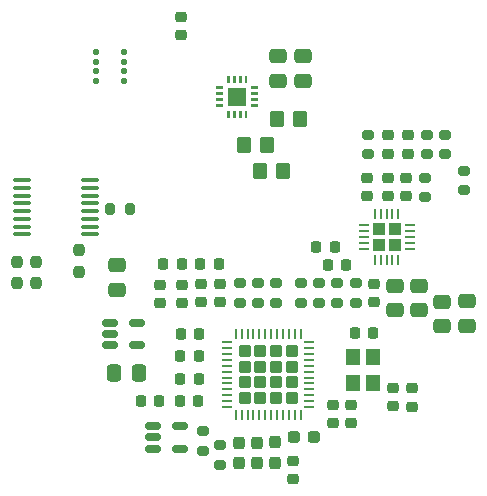
<source format=gbr>
%TF.GenerationSoftware,KiCad,Pcbnew,9.0.0*%
%TF.CreationDate,2025-06-05T22:29:36+02:00*%
%TF.ProjectId,SI4684,53493436-3834-42e6-9b69-6361645f7063,A*%
%TF.SameCoordinates,Original*%
%TF.FileFunction,Paste,Top*%
%TF.FilePolarity,Positive*%
%FSLAX46Y46*%
G04 Gerber Fmt 4.6, Leading zero omitted, Abs format (unit mm)*
G04 Created by KiCad (PCBNEW 9.0.0) date 2025-06-05 22:29:36*
%MOMM*%
%LPD*%
G01*
G04 APERTURE LIST*
G04 Aperture macros list*
%AMRoundRect*
0 Rectangle with rounded corners*
0 $1 Rounding radius*
0 $2 $3 $4 $5 $6 $7 $8 $9 X,Y pos of 4 corners*
0 Add a 4 corners polygon primitive as box body*
4,1,4,$2,$3,$4,$5,$6,$7,$8,$9,$2,$3,0*
0 Add four circle primitives for the rounded corners*
1,1,$1+$1,$2,$3*
1,1,$1+$1,$4,$5*
1,1,$1+$1,$6,$7*
1,1,$1+$1,$8,$9*
0 Add four rect primitives between the rounded corners*
20,1,$1+$1,$2,$3,$4,$5,0*
20,1,$1+$1,$4,$5,$6,$7,0*
20,1,$1+$1,$6,$7,$8,$9,0*
20,1,$1+$1,$8,$9,$2,$3,0*%
G04 Aperture macros list end*
%ADD10C,0.000000*%
%ADD11RoundRect,0.225000X0.250000X-0.225000X0.250000X0.225000X-0.250000X0.225000X-0.250000X-0.225000X0*%
%ADD12RoundRect,0.250000X-0.350000X-0.450000X0.350000X-0.450000X0.350000X0.450000X-0.350000X0.450000X0*%
%ADD13RoundRect,0.200000X0.275000X-0.200000X0.275000X0.200000X-0.275000X0.200000X-0.275000X-0.200000X0*%
%ADD14RoundRect,0.225000X-0.225000X-0.250000X0.225000X-0.250000X0.225000X0.250000X-0.225000X0.250000X0*%
%ADD15R,0.250000X0.600000*%
%ADD16R,0.600000X0.250000*%
%ADD17R,1.500000X1.500000*%
%ADD18RoundRect,0.237500X-0.237500X0.300000X-0.237500X-0.300000X0.237500X-0.300000X0.237500X0.300000X0*%
%ADD19RoundRect,0.250000X0.475000X-0.337500X0.475000X0.337500X-0.475000X0.337500X-0.475000X-0.337500X0*%
%ADD20R,1.200000X1.400000*%
%ADD21RoundRect,0.250000X-0.475000X0.337500X-0.475000X-0.337500X0.475000X-0.337500X0.475000X0.337500X0*%
%ADD22RoundRect,0.125000X-0.137500X0.125000X-0.137500X-0.125000X0.137500X-0.125000X0.137500X0.125000X0*%
%ADD23RoundRect,0.237500X0.237500X-0.287500X0.237500X0.287500X-0.237500X0.287500X-0.237500X-0.287500X0*%
%ADD24RoundRect,0.218750X-0.256250X0.218750X-0.256250X-0.218750X0.256250X-0.218750X0.256250X0.218750X0*%
%ADD25RoundRect,0.225000X0.225000X0.250000X-0.225000X0.250000X-0.225000X-0.250000X0.225000X-0.250000X0*%
%ADD26RoundRect,0.250000X0.295000X-0.295000X0.295000X0.295000X-0.295000X0.295000X-0.295000X-0.295000X0*%
%ADD27RoundRect,0.062500X0.062500X-0.337500X0.062500X0.337500X-0.062500X0.337500X-0.062500X-0.337500X0*%
%ADD28RoundRect,0.062500X0.337500X-0.062500X0.337500X0.062500X-0.337500X0.062500X-0.337500X-0.062500X0*%
%ADD29RoundRect,0.225000X-0.250000X0.225000X-0.250000X-0.225000X0.250000X-0.225000X0.250000X0.225000X0*%
%ADD30RoundRect,0.237500X-0.237500X0.250000X-0.237500X-0.250000X0.237500X-0.250000X0.237500X0.250000X0*%
%ADD31RoundRect,0.250000X-0.337500X-0.475000X0.337500X-0.475000X0.337500X0.475000X-0.337500X0.475000X0*%
%ADD32RoundRect,0.150000X-0.512500X-0.150000X0.512500X-0.150000X0.512500X0.150000X-0.512500X0.150000X0*%
%ADD33RoundRect,0.250000X0.350000X0.450000X-0.350000X0.450000X-0.350000X-0.450000X0.350000X-0.450000X0*%
%ADD34RoundRect,0.200000X-0.275000X0.200000X-0.275000X-0.200000X0.275000X-0.200000X0.275000X0.200000X0*%
%ADD35RoundRect,0.250000X0.285000X-0.285000X0.285000X0.285000X-0.285000X0.285000X-0.285000X-0.285000X0*%
%ADD36RoundRect,0.237500X-0.237500X0.287500X-0.237500X-0.287500X0.237500X-0.287500X0.237500X0.287500X0*%
%ADD37RoundRect,0.237500X-0.287500X-0.237500X0.287500X-0.237500X0.287500X0.237500X-0.287500X0.237500X0*%
%ADD38RoundRect,0.100000X-0.637500X-0.100000X0.637500X-0.100000X0.637500X0.100000X-0.637500X0.100000X0*%
%ADD39RoundRect,0.200000X0.200000X0.275000X-0.200000X0.275000X-0.200000X-0.275000X0.200000X-0.275000X0*%
G04 APERTURE END LIST*
D10*
%TO.C,U7*%
G36*
X98010000Y-86845000D02*
G01*
X97410000Y-86845000D01*
X97410000Y-86595000D01*
X98010000Y-86595000D01*
X98010000Y-86845000D01*
G37*
G36*
X98010000Y-87345000D02*
G01*
X97410000Y-87345000D01*
X97410000Y-87095000D01*
X98010000Y-87095000D01*
X98010000Y-87345000D01*
G37*
G36*
X98010000Y-87845000D02*
G01*
X97410000Y-87845000D01*
X97410000Y-87595000D01*
X98010000Y-87595000D01*
X98010000Y-87845000D01*
G37*
G36*
X98010000Y-88345000D02*
G01*
X97410000Y-88345000D01*
X97410000Y-88095000D01*
X98010000Y-88095000D01*
X98010000Y-88345000D01*
G37*
G36*
X98587000Y-86272000D02*
G01*
X98337000Y-86272000D01*
X98337000Y-85672000D01*
X98587000Y-85672000D01*
X98587000Y-86272000D01*
G37*
G36*
X98587000Y-89272000D02*
G01*
X98337000Y-89272000D01*
X98337000Y-88672000D01*
X98587000Y-88672000D01*
X98587000Y-89272000D01*
G37*
G36*
X99810000Y-88072000D02*
G01*
X98610000Y-88072000D01*
X98610000Y-86872000D01*
X99810000Y-86872000D01*
X99810000Y-88072000D01*
G37*
G36*
X99085000Y-86272000D02*
G01*
X98835000Y-86272000D01*
X98835000Y-85672000D01*
X99085000Y-85672000D01*
X99085000Y-86272000D01*
G37*
G36*
X99087000Y-89272000D02*
G01*
X98837000Y-89272000D01*
X98837000Y-88672000D01*
X99087000Y-88672000D01*
X99087000Y-89272000D01*
G37*
G36*
X99585000Y-86272000D02*
G01*
X99335000Y-86272000D01*
X99335000Y-85672000D01*
X99585000Y-85672000D01*
X99585000Y-86272000D01*
G37*
G36*
X99587000Y-89272000D02*
G01*
X99337000Y-89272000D01*
X99337000Y-88672000D01*
X99587000Y-88672000D01*
X99587000Y-89272000D01*
G37*
G36*
X100085000Y-86272000D02*
G01*
X99835000Y-86272000D01*
X99835000Y-85672000D01*
X100085000Y-85672000D01*
X100085000Y-86272000D01*
G37*
G36*
X100087000Y-89272000D02*
G01*
X99837000Y-89272000D01*
X99837000Y-88672000D01*
X100087000Y-88672000D01*
X100087000Y-89272000D01*
G37*
G36*
X101010000Y-86845000D02*
G01*
X100410000Y-86845000D01*
X100410000Y-86595000D01*
X101010000Y-86595000D01*
X101010000Y-86845000D01*
G37*
G36*
X101010000Y-87345000D02*
G01*
X100410000Y-87345000D01*
X100410000Y-87095000D01*
X101010000Y-87095000D01*
X101010000Y-87345000D01*
G37*
G36*
X101010000Y-87845000D02*
G01*
X100410000Y-87845000D01*
X100410000Y-87595000D01*
X101010000Y-87595000D01*
X101010000Y-87845000D01*
G37*
G36*
X101010000Y-88345000D02*
G01*
X100410000Y-88345000D01*
X100410000Y-88095000D01*
X101010000Y-88095000D01*
X101010000Y-88345000D01*
G37*
%TD*%
D11*
%TO.C,C24*%
X94420000Y-82240000D03*
X94420000Y-80690000D03*
%TD*%
D12*
%TO.C,R14*%
X101130000Y-93780000D03*
X103130000Y-93780000D03*
%TD*%
D13*
%TO.C,R13*%
X109240000Y-104905000D03*
X109240000Y-103255000D03*
%TD*%
D14*
%TO.C,C17*%
X109205000Y-107470000D03*
X110755000Y-107470000D03*
%TD*%
D15*
%TO.C,U7*%
X98462000Y-88972000D03*
X98961000Y-88972000D03*
X99462000Y-88972000D03*
X99961000Y-88972000D03*
D16*
X100710000Y-88220000D03*
X100710000Y-87720000D03*
X100710000Y-87220000D03*
X100710000Y-86720000D03*
D15*
X99960000Y-85972000D03*
X99460000Y-85972000D03*
X98960000Y-85972000D03*
X98462000Y-85972000D03*
D16*
X97710000Y-86720000D03*
X97710000Y-87220000D03*
X97710000Y-87720000D03*
X97710000Y-88220000D03*
D17*
X99210000Y-87472000D03*
%TD*%
D18*
%TO.C,C5*%
X100880000Y-116757500D03*
X100880000Y-118482500D03*
%TD*%
D19*
%TO.C,C16*%
X104750000Y-86130000D03*
X104750000Y-84055000D03*
%TD*%
D20*
%TO.C,X1*%
X109020000Y-109480000D03*
X109020000Y-111680000D03*
X110720000Y-111680000D03*
X110720000Y-109480000D03*
%TD*%
D21*
%TO.C,C11*%
X118670000Y-104785000D03*
X118670000Y-106860000D03*
%TD*%
D13*
%TO.C,R5*%
X106140000Y-104915000D03*
X106140000Y-103265000D03*
%TD*%
D22*
%TO.C,U2*%
X89595000Y-83710000D03*
X89595000Y-84510000D03*
X89595000Y-85310000D03*
X89595000Y-86110000D03*
X87220000Y-86110000D03*
X87220000Y-85310000D03*
X87220000Y-84510000D03*
X87220000Y-83710000D03*
%TD*%
D21*
%TO.C,C28*%
X89070000Y-101750000D03*
X89070000Y-103825000D03*
%TD*%
D23*
%TO.C,L1*%
X102400000Y-118485000D03*
X102400000Y-116735000D03*
%TD*%
D14*
%TO.C,C35*%
X92966400Y-101582356D03*
X94516400Y-101582356D03*
%TD*%
D11*
%TO.C,C19*%
X111980000Y-95895000D03*
X111980000Y-94345000D03*
%TD*%
D12*
%TO.C,R17*%
X102550000Y-89360000D03*
X104550000Y-89360000D03*
%TD*%
D21*
%TO.C,C8*%
X112540000Y-103452500D03*
X112540000Y-105527500D03*
%TD*%
D24*
%TO.C,L2*%
X113980000Y-112132500D03*
X113980000Y-113707500D03*
%TD*%
D13*
%TO.C,R10*%
X115110000Y-95985000D03*
X115110000Y-94335000D03*
%TD*%
%TO.C,R25*%
X97780000Y-118635000D03*
X97780000Y-116985000D03*
%TD*%
D14*
%TO.C,C26*%
X96085000Y-101590000D03*
X97635000Y-101590000D03*
%TD*%
D25*
%TO.C,C20*%
X107455000Y-100200000D03*
X105905000Y-100200000D03*
%TD*%
D13*
%TO.C,R11*%
X110305000Y-92326000D03*
X110305000Y-90676000D03*
%TD*%
D11*
%TO.C,C7*%
X108880000Y-115085000D03*
X108880000Y-113535000D03*
%TD*%
%TO.C,C29*%
X94541200Y-104935956D03*
X94541200Y-103385956D03*
%TD*%
%TO.C,C12*%
X107352100Y-115090856D03*
X107352100Y-113540856D03*
%TD*%
D26*
%TO.C,U5*%
X111185000Y-100035000D03*
X112535000Y-100035000D03*
X111185000Y-98685000D03*
X112535000Y-98685000D03*
D27*
X110860000Y-101310000D03*
X111360000Y-101310000D03*
X111860000Y-101310000D03*
X112360000Y-101310000D03*
X112860000Y-101310000D03*
D28*
X113810000Y-100360000D03*
X113810000Y-99860000D03*
X113810000Y-99360000D03*
X113810000Y-98860000D03*
X113810000Y-98360000D03*
D27*
X112860000Y-97410000D03*
X112360000Y-97410000D03*
X111860000Y-97410000D03*
X111360000Y-97410000D03*
X110860000Y-97410000D03*
D28*
X109910000Y-98360000D03*
X109910000Y-98860000D03*
X109910000Y-99360000D03*
X109910000Y-99860000D03*
X109910000Y-100360000D03*
%TD*%
D21*
%TO.C,C10*%
X116550000Y-104802500D03*
X116550000Y-106877500D03*
%TD*%
D29*
%TO.C,C3*%
X103930000Y-118265000D03*
X103930000Y-119815000D03*
%TD*%
D13*
%TO.C,R26*%
X96290000Y-117455000D03*
X96290000Y-115805000D03*
%TD*%
D25*
%TO.C,C40*%
X95963600Y-109405556D03*
X94413600Y-109405556D03*
%TD*%
D30*
%TO.C,R32*%
X85820000Y-100457500D03*
X85820000Y-102282500D03*
%TD*%
D31*
%TO.C,C31*%
X88802500Y-110890000D03*
X90877500Y-110890000D03*
%TD*%
D13*
%TO.C,R12*%
X107700000Y-104904044D03*
X107700000Y-103254044D03*
%TD*%
D32*
%TO.C,U6*%
X88472500Y-106617500D03*
X88472500Y-107567500D03*
X88472500Y-108517500D03*
X90747500Y-108517500D03*
X90747500Y-106617500D03*
%TD*%
D13*
%TO.C,R8*%
X116845000Y-92325000D03*
X116845000Y-90675000D03*
%TD*%
D33*
%TO.C,R7*%
X101750000Y-91540000D03*
X99750000Y-91540000D03*
%TD*%
D25*
%TO.C,C41*%
X95963600Y-111335956D03*
X94413600Y-111335956D03*
%TD*%
D34*
%TO.C,R1*%
X118460000Y-93725000D03*
X118460000Y-95375000D03*
%TD*%
D21*
%TO.C,C9*%
X114580000Y-103452500D03*
X114580000Y-105527500D03*
%TD*%
D35*
%TO.C,U3*%
X99861600Y-112964756D03*
X101181600Y-112964756D03*
X102501600Y-112964756D03*
X103821600Y-112964756D03*
X99861600Y-111644756D03*
X101181600Y-111644756D03*
X102501600Y-111644756D03*
X103821600Y-111644756D03*
X99861600Y-110324756D03*
X101181600Y-110324756D03*
X102501600Y-110324756D03*
X103821600Y-110324756D03*
X99861600Y-109004756D03*
X101181600Y-109004756D03*
X102501600Y-109004756D03*
X103821600Y-109004756D03*
D27*
X99091600Y-114434756D03*
X99591600Y-114434756D03*
X100091600Y-114434756D03*
X100591600Y-114434756D03*
X101091600Y-114434756D03*
X101591600Y-114434756D03*
X102091600Y-114434756D03*
X102591600Y-114434756D03*
X103091600Y-114434756D03*
X103591600Y-114434756D03*
X104091600Y-114434756D03*
X104591600Y-114434756D03*
D28*
X105291600Y-113734756D03*
X105291600Y-113234756D03*
X105291600Y-112734756D03*
X105291600Y-112234756D03*
X105291600Y-111734756D03*
X105291600Y-111234756D03*
X105291600Y-110734756D03*
X105291600Y-110234756D03*
X105291600Y-109734756D03*
X105291600Y-109234756D03*
X105291600Y-108734756D03*
X105291600Y-108234756D03*
D27*
X104591600Y-107534756D03*
X104091600Y-107534756D03*
X103591600Y-107534756D03*
X103091600Y-107534756D03*
X102591600Y-107534756D03*
X102091600Y-107534756D03*
X101591600Y-107534756D03*
X101091600Y-107534756D03*
X100591600Y-107534756D03*
X100091600Y-107534756D03*
X99591600Y-107534756D03*
X99091600Y-107534756D03*
D28*
X98391600Y-108234756D03*
X98391600Y-108734756D03*
X98391600Y-109234756D03*
X98391600Y-109734756D03*
X98391600Y-110234756D03*
X98391600Y-110734756D03*
X98391600Y-111234756D03*
X98391600Y-111734756D03*
X98391600Y-112234756D03*
X98391600Y-112734756D03*
X98391600Y-113234756D03*
X98391600Y-113734756D03*
%TD*%
D11*
%TO.C,C15*%
X113500000Y-95895000D03*
X113500000Y-94345000D03*
%TD*%
D19*
%TO.C,C22*%
X102710000Y-86127500D03*
X102710000Y-84052500D03*
%TD*%
D25*
%TO.C,C38*%
X95976600Y-107576756D03*
X94426600Y-107576756D03*
%TD*%
D30*
%TO.C,R30*%
X80590000Y-101417500D03*
X80590000Y-103242500D03*
%TD*%
D13*
%TO.C,R3*%
X102540000Y-104915000D03*
X102540000Y-103265000D03*
%TD*%
D36*
%TO.C,L3*%
X99340000Y-116745000D03*
X99340000Y-118495000D03*
%TD*%
D11*
%TO.C,C6*%
X112440000Y-113685000D03*
X112440000Y-112135000D03*
%TD*%
D37*
%TO.C,L4*%
X103995000Y-116270000D03*
X105745000Y-116270000D03*
%TD*%
D13*
%TO.C,R2*%
X100980000Y-104915000D03*
X100980000Y-103265000D03*
%TD*%
D29*
%TO.C,C14*%
X110760000Y-103305000D03*
X110760000Y-104855000D03*
%TD*%
D14*
%TO.C,C4*%
X94384000Y-113190156D03*
X95934000Y-113190156D03*
%TD*%
D30*
%TO.C,R31*%
X82170000Y-101417500D03*
X82170000Y-103242500D03*
%TD*%
D13*
%TO.C,R4*%
X104606000Y-104915000D03*
X104606000Y-103265000D03*
%TD*%
D11*
%TO.C,C21*%
X110230000Y-95895000D03*
X110230000Y-94345000D03*
%TD*%
%TO.C,C30*%
X92712400Y-104935956D03*
X92712400Y-103385956D03*
%TD*%
D38*
%TO.C,U4*%
X81020000Y-94550000D03*
X81020000Y-95200000D03*
X81020000Y-95850000D03*
X81020000Y-96500000D03*
X81020000Y-97150000D03*
X81020000Y-97800000D03*
X81020000Y-98450000D03*
X81020000Y-99100000D03*
X86745000Y-99100000D03*
X86745000Y-98450000D03*
X86745000Y-97800000D03*
X86745000Y-97150000D03*
X86745000Y-96500000D03*
X86745000Y-95850000D03*
X86745000Y-95200000D03*
X86745000Y-94550000D03*
%TD*%
D11*
%TO.C,C25*%
X96170000Y-104865000D03*
X96170000Y-103315000D03*
%TD*%
%TO.C,C23*%
X97740000Y-104845000D03*
X97740000Y-103295000D03*
%TD*%
D25*
%TO.C,C18*%
X108450000Y-101730000D03*
X106900000Y-101730000D03*
%TD*%
D29*
%TO.C,C34*%
X113665000Y-90731000D03*
X113665000Y-92281000D03*
%TD*%
D25*
%TO.C,C1*%
X92632000Y-113190156D03*
X91082000Y-113190156D03*
%TD*%
D39*
%TO.C,R15*%
X90125000Y-96930000D03*
X88475000Y-96930000D03*
%TD*%
D32*
%TO.C,U1*%
X92122000Y-115354156D03*
X92122000Y-116304156D03*
X92122000Y-117254156D03*
X94397000Y-117254156D03*
X94397000Y-115354156D03*
%TD*%
D29*
%TO.C,C39*%
X111995000Y-90726000D03*
X111995000Y-92276000D03*
%TD*%
D13*
%TO.C,R9*%
X115320000Y-92335000D03*
X115320000Y-90685000D03*
%TD*%
%TO.C,R6*%
X99420000Y-104905000D03*
X99420000Y-103255000D03*
%TD*%
M02*

</source>
